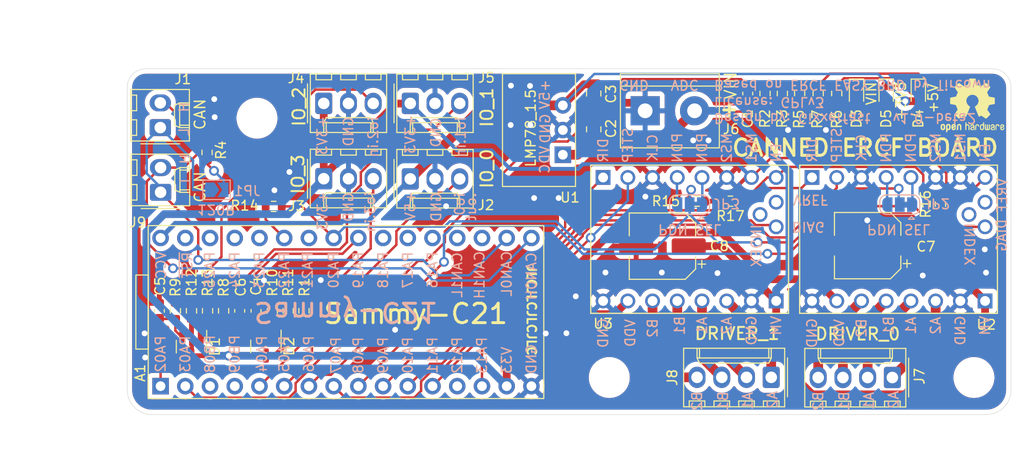
<source format=kicad_pcb>
(kicad_pcb (version 20211014) (generator pcbnew)
  (title_block (title "CANNED ERCF BOARD") (date "02/06/2021") (rev "v1.0-beta1") (company "Gixxerfast") (comment 1 "Based on ERCF EASY BRD by Tircown"))
  (layers (0 "F.Cu" signal) (31 "B.Cu" signal) (35 "F.Paste" user) (36 "B.SilkS" user "B.Silkscreen") (37 "F.SilkS" user "F.Silkscreen") (38 "B.Mask" user) (39 "F.Mask" user) (44 "Edge.Cuts" user))
  (net 0 "")
  (net 1 "VDC")
  (net 2 "GND")
  (net 3 "+5V")
  (net 4 "IO_2")
  (net 5 "VIN_MON")
  (net 6 "Net-(A1-Pad5)")
  (net 7 "+3V3")
  (net 8 "IO_3")
  (net 13 "Net-(J7-Pad4)")
  (net 14 "Net-(J7-Pad3)")
  (net 15 "Net-(J7-Pad2)")
  (net 16 "Net-(J7-Pad1)")
  (net 17 "Net-(J8-Pad1)")
  (net 18 "Net-(J8-Pad2)")
  (net 19 "Net-(J8-Pad3)")
  (net 20 "Net-(J8-Pad4)")
  (net 22 "DRIVER_0_DIAG")
  (net 23 "DRIVER_1_DIAG")
  (net 24 "DRIVER_1_DIR")
  (net 25 "DRIVES_EN")
  (net 26 "DRIVER_0_DIR")
  (net 27 "DRIVER_0_STEP")
  (net 29 "DRIVER_1_STEP")
  (net 30 "CAN_H")
  (net 31 "CAN_L")
  (net 37 "IO_1")
  (net 38 "DRIVER_RX")
  (net 40 "DRIVER_TX")
  (net 45 "Net-(JP1-Pad2)")
  (net 46 "Net-(JP2-Pad3)")
  (net 47 "Net-(JP2-Pad1)")
  (net 48 "Net-(JP3-Pad3)")
  (net 49 "Net-(JP3-Pad1)")
  (net 51 "Net-(D3-Pad1)")
  (net 52 "IO_0_OUT")
  (net 53 "IO_3_IN")
  (net 54 "IO_2_IN")
  (net 55 "IO_1_IN")
  (net 57 "Net-(D4-Pad1)")
  (net 58 "Net-(D5-Pad1)")
  (footprint "Capacitor_SMD:C_0603_1608Metric" (layer "F.Cu") (at 140.589 110.49 -90)
    (fp_text reference "C1")
    (fp_text value "0u01")
  )
  (footprint "MountingHole:MountingHole_3.2mm_M3" (layer "F.Cu") (at 163.83 139.7)
    (fp_text reference "H1" hide)
    (fp_text value "MountingHole")
  )
  (footprint "Connector_Molex:Molex_KK-254_AE-6410-02A_1x02_P2.54mm_Vertical" (layer "F.Cu") (at 80.2332 113.9952 90)
    (fp_text reference "J1")
    (fp_text value "Conn_01x02")
  )
  (footprint "Connector_Molex:Molex_KK-254_AE-6410-03A_1x03_P2.54mm_Vertical" (layer "F.Cu") (at 97.028 119.253)
    (fp_text reference "J3")
    (fp_text value "Conn_01x03_Male" hide)
  )
  (footprint "Connector_Molex:Molex_KK-254_AE-6410-03A_1x03_P2.54mm_Vertical" (layer "F.Cu") (at 97.028 111.506)
    (fp_text reference "J4")
    (fp_text value "Conn_01x03_Male" hide)
  )
  (footprint "canned-ercf-board:TerminalBlock_bornier-2_P5.08mm_2" (layer "F.Cu") (at 135.128 112.268 180)
    (fp_text reference "J6")
    (fp_text value "Screw_Terminal_01x02" hide)
  )
  (footprint "Connector_Molex:Molex_KK-254_AE-6410-04A_1x04_P2.54mm_Vertical" (layer "F.Cu") (at 155.448 139.7 180)
    (fp_text reference "J7")
    (fp_text value "Conn_01x04_Male" hide)
  )
  (footprint "Connector_Molex:Molex_KK-254_AE-6410-04A_1x04_P2.54mm_Vertical" (layer "F.Cu") (at 143.002 139.68 180)
    (fp_text reference "J8")
    (fp_text value "Conn_01x04_Male" hide)
  )
  (footprint "Resistor_SMD:R_0603_1608Metric" (layer "F.Cu") (at 94.996 132.842 -90)
    (fp_text reference "R1")
    (fp_text value "470R")
  )
  (footprint "Resistor_SMD:R_0603_1608Metric" (layer "F.Cu") (at 142.367 110.49 90)
    (fp_text reference "R2")
    (fp_text value "47K")
  )
  (footprint "Resistor_SMD:R_0603_1608Metric" (layer "F.Cu") (at 144.145 110.49 -90)
    (fp_text reference "R3")
    (fp_text value "4K7")
  )
  (footprint "Resistor_SMD:R_0603_1608Metric" (layer "F.Cu") (at 85.0392 116.5474 -90)
    (fp_text reference "R4")
    (fp_text value "120R")
  )
  (footprint "canned-ercf-board:Switching_regulator_POL_LMP78_1.5" (layer "F.Cu") (at 120.1928 114.2492 90)
    (fp_text reference "U1")
    (fp_text value "Switching_Regulator_LMP78_05-1.5" hide)
  )
  (footprint "canned-ercf-board:MODULE_TMC2209_SILENTSTEPSTICK" (layer "F.Cu") (at 156.083 125.476 90)
    (fp_text reference "U2")
    (fp_text value "TMC2209_SILENTSTEPSTICK" hide)
  )
  (footprint "Connector_Molex:Molex_KK-254_AE-6410-03A_1x03_P2.54mm_Vertical" (layer "F.Cu") (at 105.918 119.273)
    (fp_text reference "J2")
    (fp_text value "Conn_01x03_Male")
  )
  (footprint "Capacitor_SMD:C_0805_2012Metric" (layer "F.Cu") (at 124.7648 114.173 90)
    (fp_text reference "C2")
    (fp_text value "10uF")
  )
  (footprint "MountingHole:MountingHole_3.2mm_M3" (layer "F.Cu") (at 126.365 139.7)
    (fp_text reference "H3" hide)
    (fp_text value "MountingHole")
  )
  (footprint "MountingHole:MountingHole_3.2mm_M3" (layer "F.Cu") (at 90.17 113.03)
    (fp_text reference "H2" hide)
    (fp_text value "MountingHole")
  )
  (footprint "Connector_Molex:Molex_KK-254_AE-6410-03A_1x03_P2.54mm_Vertical" (layer "F.Cu") (at 105.918 111.506)
    (fp_text reference "J5")
    (fp_text value "Conn_01x03_Male" hide)
  )
  (footprint "Resistor_SMD:R_0603_1608Metric" (layer "F.Cu") (at 86.741 132.842 90)
    (fp_text reference "R8")
    (fp_text value "10K")
  )
  (footprint "Resistor_SMD:R_0603_1608Metric" (layer "F.Cu") (at 83.439 132.842 90)
    (fp_text reference "R12")
    (fp_text value "27K")
  )
  (footprint "Package_TO_SOT_SMD:SOT-23" (layer "F.Cu") (at 91.0844 136.4996 -90)
    (fp_text reference "D2")
    (fp_text value "BAT54C")
  )
  (footprint "canned-ercf-board:MODULE_TMC2209_SILENTSTEPSTICK" (layer "F.Cu") (at 134.62 125.476 90)
    (fp_text reference "U3")
    (fp_text value "TMC2209_SILENTSTEPSTICK" hide)
  )
  (footprint "Resistor_SMD:R_0603_1608Metric" (layer "F.Cu") (at 91.885 122.1 180)
    (fp_text reference "R14")
    (fp_text value "1k")
  )
  (footprint "Resistor_SMD:R_0603_1608Metric" (layer "F.Cu") (at 135.382 121.5644 180)
    (fp_text reference "R15")
    (fp_text value "4K7")
  )
  (footprint "Capacitor_SMD:CP_Elec_6.3x7.7" (layer "F.Cu") (at 131.826 126.1872 180)
    (fp_text reference "C8")
    (fp_text value "100uF")
  )
  (footprint "Resistor_SMD:R_0603_1608Metric" (layer "F.Cu") (at 138.811 121.5644 180)
    (fp_text reference "R17")
    (fp_text value "10k")
  )
  (footprint "Resistor_SMD:R_0603_1608Metric" (layer "F.Cu") (at 145.923 110.49 -90)
    (fp_text reference "R5")
    (fp_text value "4K7")
  )
  (footprint "LED_SMD:LED_0603_1608Metric" (layer "F.Cu") (at 151.765 110.49 -90)
    (fp_text reference "D3")
    (fp_text value "Blue")
  )
  (footprint "canned-ercf-board:Sammy_C21_Module_DIL32_2.54" (layer "F.Cu") (at 99.314 132.969 90)
    (fp_text reference "A1")
    (fp_text value "Sammy_C21")
  )
  (footprint "Resistor_SMD:R_0603_1608Metric" (layer "F.Cu") (at 85.09 132.842 90)
    (fp_text reference "R13")
    (fp_text value "27K")
  )
  (footprint "Capacitor_SMD:C_0805_2012Metric" (layer "F.Cu") (at 124.7648 110.49 -90)
    (fp_text reference "C3")
    (fp_text value "22uF")
  )
  (footprint "Capacitor_SMD:C_0603_1608Metric" (layer "F.Cu") (at 90.0684 132.842 90)
    (fp_text reference "C4")
    (fp_text value "2n2")
  )
  (footprint "Resistor_SMD:R_0603_1608Metric" (layer "F.Cu") (at 160.39 121.87 90)
    (fp_text reference "R16")
    (fp_text value "10k")
  )
  (footprint "LED_SMD:LED_0603_1608Metric" (layer "F.Cu") (at 154.813 110.49 -90)
    (fp_text reference "D5")
    (fp_text value "Green")
  )
  (footprint "Resistor_SMD:R_0603_1608Metric" (layer "F.Cu") (at 93.3704 132.842 90)
    (fp_text reference "R11")
    (fp_text value "27K")
  )
  (footprint "LED_SMD:LED_0603_1608Metric" (layer "F.Cu") (at 158.115 110.49 -90)
    (fp_text reference "D4")
    (fp_text value "Yellow")
  )
  (footprint "Resistor_SMD:R_0603_1608Metric" (layer "F.Cu") (at 91.7448 132.842 90)
    (fp_text reference "R10")
    (fp_text value "10K")
  )
  (footprint "Connector_Molex:Molex_KK-254_AE-6410-02A_1x02_P2.54mm_Vertical" (layer "F.Cu") (at 80.264 120.65 90)
    (fp_text reference "J9")
    (fp_text value "Conn_01x02")
  )
  (footprint "Capacitor_SMD:C_0603_1608Metric" (layer "F.Cu") (at 80.137 132.842 90)
    (fp_text reference "C5")
    (fp_text value "2n2")
  )
  (footprint "Capacitor_SMD:CP_Elec_6.3x7.7" (layer "F.Cu") (at 152.908 126.1364 180)
    (fp_text reference "C7")
    (fp_text value "100uF")
  )
  (footprint "Resistor_SMD:R_0603_1608Metric" (layer "F.Cu") (at 149.733 110.49 -90)
    (fp_text reference "R6")
    (fp_text value "390R")
  )
  (footprint "Symbol:OSHW-Logo2_7.3x6mm_SilkScreen" (layer "F.Cu") (at 163.6776 111.7092)
    (fp_text reference "L1" hide)
    (fp_text value "Logo_Open_Hardware_Small" hide)
  )
  (footprint "Capacitor_SMD:C_0603_1608Metric" (layer "F.Cu") (at 88.392 132.842 90)
    (fp_text reference "C6")
    (fp_text value "2n2")
  )
  (footprint "Package_TO_SOT_SMD:SOT-23" (layer "F.Cu") (at 83.439 136.525 -90)
    (fp_text reference "D1")
    (fp_text value "BAT54C")
  )
  (footprint "Resistor_SMD:R_0603_1608Metric" (layer "F.Cu") (at 81.788 132.842 90)
    (fp_text reference "R9")
    (fp_text value "10K")
  )
  (footprint "Resistor_SMD:R_0603_1608Metric" (layer "F.Cu") (at 147.828 110.49 -90)
    (fp_text reference "R7")
    (fp_text value "120R")
  )
  (footprint "Jumper:SolderJumper-3_P1.3mm_Bridged12_RoundedPad1.0x1.5mm" (layer "B.Cu") (at 156.21 121.92 180)
    (fp_text reference "JP2")
    (fp_text value "SolderJumper_3_Bridged12")
  )
  (footprint "Jumper:SolderJumper-2_P1.3mm_Open_TrianglePad1.0x1.5mm" (layer "B.Cu") (at 86.016 120.396)
    (fp_text reference "JP1")
    (fp_text value "SolderJumper_2_Open")
  )
  (footprint "Jumper:SolderJumper-3_P1.3mm_Bridged12_RoundedPad1.0x1.5mm" (layer "B.Cu") (at 134.62 121.92 180)
    (fp_text reference "JP3")
    (fp_text value "SolderJumper_3_Bridged12")
  )
  (gr_line (start 79.375 143.51) (end 165.1 143.51) (layer "Edge.Cuts") (width 0.05))
  (gr_line (start 167.64 140.97) (end 167.64 109.855) (layer "Edge.Cuts") (width 0.05))
  (gr_line (start 165.735 107.95) (end 78.74 107.95) (layer "Edge.Cuts") (width 0.05))
  (gr_line (start 76.835 109.855) (end 76.835 140.97) (layer "Edge.Cuts") (width 0.05))
  (gr_arc (start 167.64 140.97) (mid 166.896051 142.766051) (end 165.1 143.51) (layer "Edge.Cuts") (width 0.05))
  (gr_arc (start 76.835 109.855) (mid 77.392962 108.507962) (end 78.74 107.95) (layer "Edge.Cuts") (width 0.05))
  (gr_arc (start 165.735 107.95) (mid 167.082038 108.507962) (end 167.64 109.855) (layer "Edge.Cuts") (width 0.05))
  (gr_arc (start 79.375 143.51) (mid 77.578949 142.766051) (end 76.835 140.97) (layer "Edge.Cuts") (width 0.05))
  (gr_text "A1" (at 140.589 142.113 90) (layer "B.SilkS") (effects (font (size 1 1)) (justify mirror)))
  (gr_text "License: GPLv3" (at 137.033 111.379 180) (layer "B.SilkS") (effects (font (size 1 1)) (justify left mirror)))
  (gr_text "GND" (at 128.905 109.601 180) (layer "B.SilkS") (effects (font (size 1 1)) (justify mirror)))
  (gr_text "A1" (at 153.035 142.113 90) (layer "B.SilkS") (effects (font (size 1 1)) (justify mirror)))
  (gr_text "io1.in" (at 111.0996 114.9604 90) (layer "B.SilkS") (effects (font (size 1 1)) (justify mirror)))
  (gr_text "Based on ERCF EASY BRD by Tircown" (at 137.033 109.601 180) (layer "B.SilkS") (effects (font (size 1 1)) (justify left mirror)))
  (gr_text "120R" (at 85.979 122.428 180) (layer "B.SilkS") (effects (font (size 1 1)) (justify mirror)))
  (gr_text "B2" (at 135.382 142.113 -270) (layer "B.SilkS") (effects (font (size 1 1)) (justify mirror)))
  (gr_text "io0" (at 110.998 121.8692 90) (layer "B.SilkS") (effects (font (size 1 1)) (justify mirror)))
  (gr_text "VDC" (at 134.112 109.601 180) (layer "B.SilkS") (effects (font (size 1 1)) (justify mirror)))
  (gr_text "A2" (at 155.575 141.986 90) (layer "B.SilkS") (effects (font (size 1 1)) (justify mirror)))
  (gr_text "GND" (at 108.585 122.174 90) (layer "B.SilkS") (effects (font (size 1 1)) (justify mirror)))
  (gr_text "L" (at 82.677 114.427 90) (layer "B.SilkS") (effects (font (size 1 1)) (justify mirror)))
  (gr_text "A2" (at 143.129 141.986 90) (layer "B.SilkS") (effects (font (size 1 1)) (justify mirror)))
  (gr_text "+3V3" (at 96.8756 114.808 90) (layer "B.SilkS") (effects (font (size 1 1)) (justify mirror)))
  (gr_text "io3.in" (at 101.8032 122.682 90) (layer "B.SilkS") (effects (font (size 1 1)) (justify mirror)))
  (gr_text "io2.in" (at 102.108 114.9604 90) (layer "B.SilkS") (effects (font (size 1 1)) (justify mirror)))
  (gr_text "Design by: Gixxerfast" (at 137.033 113.03 180) (layer "B.SilkS") (effects (font (size 1 1)) (justify left mirror)))
  (gr_text "H" (at 82.677 111.887 90) (layer "B.SilkS") (effects (font (size 1 1)) (justify mirror)))
  (gr_text ".out" (at 112.1664 122.1232 90) (layer "B.SilkS") (effects (font (size 1 1)) (justify mirror)))
  (gr_text "PDN SEL" (at 156.083 124.46 180) (layer "B.SilkS") (effects (font (size 1 1)) (justify mirror)))
  (gr_text "B2" (at 147.828 142.113 -270) (layer "B.SilkS") (effects (font (size 1 1)) (justify mirror)))
  (gr_text "H" (at 82.804 117.221 90) (layer "B.SilkS") (effects (font (size 1 1)) (justify mirror)))
  (gr_text "PDN SEL" (at 134.62 124.46 180) (layer "B.SilkS") (effects (font (size 1 1)) (justify mirror)))
  (gr_text "B1" (at 150.495 142.113 90) (layer "B.SilkS") (effects (font (size 1 1)) (justify mirror)))
  (gr_text "GND" (at 99.568 114.4016 90) (layer "B.SilkS") (effects (font (size 1 1)) (justify mirror)))
  (gr_text "B1" (at 138.049 142.113 90) (layer "B.SilkS") (effects (font (size 1 1)) (justify mirror)))
  (gr_text "GND" (at 99.568 122.174 90) (layer "B.SilkS") (effects (font (size 1 1)) (justify mirror)))
  (gr_text "+5V" (at 105.918 122.047 90) (layer "B.SilkS") (effects (font (size 1 1)) (justify mirror)))
  (gr_text "L" (at 82.804 119.634 90) (layer "B.SilkS") (effects (font (size 1 1)) (justify mirror)))
  (gr_text "+3V3" (at 105.918 114.681 90) (layer "B.SilkS") (effects (font (size 1 1)) (justify mirror)))
  (gr_text "GND" (at 108.5596 114.5032 90) (layer "B.SilkS") (effects (font (size 1 1)) (justify mirror)))
  (gr_text "v1.0-beta2" (at 159.766 113.03 180) (layer "B.SilkS") (effects (font (size 1 1)) (justify mirror)))
  (gr_text "+3V3" (at 96.901 122.555 90) (layer "B.SilkS") (effects (font (size 1 1)) (justify mirror)))
  (gr_text "VIN" (at 138.82 109.67 90) (layer "F.SilkS") (effects (font (size 1.2 1.2))))
  (gr_text "IO_1" (at 113.792 111.9124 90) (layer "F.SilkS") (effects (font (size 1.25 1.25) (thickness 0.2))))
  (gr_text "+" (at 138.69 112.07) (layer "F.SilkS") (effects (font (size 1.5 1.5) (thickness 0.3))))
  (gr_text "IO_3" (at 94.3864 120.9548 90) (layer "F.SilkS") (effects (font (size 1.25 1.25) (thickness 0.2)) (justify left)))
  (gr_text "DRIVER_0" (at 151.892 135.2296) (layer "F.SilkS") (effects (font (size 1.25 1.25) (thickness 0.2))))
  (gr_text "DRIVER_1" (at 139.4968 135.1788) (layer "F.SilkS") (effects (font (size 1.25 1.25) (thickness 0.2))))
  (gr_text "IO_0" (at 113.792 118.2116 90) (layer "F.SilkS") (effects (font (size 1.25 1.25) (thickness 0.2))))
  (gr_text "CAN" (at 84.31 112.63 90) (layer "F.SilkS") (effects (font (size 1.1 1.1))))
  (gr_text "+5V" (at 159.639 110.998 90) (layer "F.SilkS") (effects (font (size 1 1))))
  (gr_text "CANNED ERCF BOARD" (at 152.654 116.078) (layer "F.SilkS") (effects (font (size 1.7 1.7) (thickness 0.3))))
  (gr_text "JLCJLCJLCJLC" (at 118.364 132.7912 270) (layer "F.SilkS") (effects (font (size 0.9 0.9) (thickness 0.2))))
  (gr_text "VIN" (at 153.289 110.49 90) (layer "F.SilkS") (effects (font (size 1 1))))
  (gr_text "+3V3" (at 156.337 111.252 90) (layer "F.SilkS") (effects (font (size 1 1))))
  (gr_text "IO_2" (at 94.488 113.9952 90) (layer "F.SilkS") (effects (font (size 1.25 1.25) (thickness 0.2)) (justify left)))
  (gr_text "CAN" (at 84.31 120.1 90) (layer "F.SilkS") (effects (font (size 1.1 1.1))))
  (segment (start 141.3309 112.3511) (end 142.367 111.315) (width 0.25) (layer "F.Cu") (net 1))
  (segment (start 123.0431 116.7892) (end 123.0986 116.7892) (width 0.8) (layer "F.Cu") (net 1))
  (segment (start 159.2834 126.1364) (end 164.973 131.826) (width 0.8) (layer "F.Cu") (net 1))
  (segment (start 156.7266 141.4347) (end 147.2278 141.4347) (width 0.8) (layer "F.Cu") (net 1))
  (segment (start 132.273 115.123) (end 135.128 112.268) (width 1) (layer "F.Cu") (net 1))
  (segment (start 143.09152 115.43152) (end 143.9 116.24) (width 0.25) (layer "F.Cu") (net 1))
  (segment (start 143.51 131.826) (end 143.51 133.1883) (width 0.8) (layer "F.Cu") (net 1))
  (segment (start 143.09152 112.03952) (end 143.09152 115.43152) (width 0.25) (layer "F.Cu") (net 1))
  (segment (start 143.51 131.826) (end 137.8712 126.1872) (width 0.8) (layer "F.Cu") (net 1))
  (segment (start 164.973 131.826) (end 164.973 133.1883) (width 0.8) (layer "F.Cu") (net 1))
  (segment (start 121.5928 116.7892) (end 123.0431 116.7892) (width 1) (layer "F.Cu") (net 1))
  (segment (start 123.0986 116.7892) (end 124.7648 115.123) (width 1) (layer "F.Cu") (net 1))
  (segment (start 142.367 111.315) (end 143.09152 112.03952) (width 0.25) (layer "F.Cu") (net 1))
  (segment (start 147.2278 141.4347) (end 144.8723 139.0792) (width 0.8) (layer "F.Cu") (net 1))
  (segment (start 137.8712 126.1872) (end 134.526 126.1872) (width 0.8) (layer "F.Cu") (net 1))
  (segment (start 144.8723 134.5506) (end 143.51 133.1883) (width 0.8) (layer "F.Cu") (net 1))
  (segment (start 164.973 133.1883) (end 156.7266 141.4347) (width 0.8) (layer "F.Cu") (net 1))
  (segment (start 151.765 113.035) (end 151.765 111.2775) (width 0.25) (layer "F.Cu") (net 1))
  (segment (start 135.128 112.268) (end 135.2111 112.3511) (width 0.8) (layer "F.Cu") (net 1))
  (segment (start 143.9 116.24) (end 148.56 116.24) (width 0.25) (layer "F.Cu") (net 1))
  (segment (start 135.2111 112.3511) (end 141.3309 112.3511) (width 0.25) (layer "F.Cu") (net 1))
  (segment (start 148.56 116.24) (end 151.765 113.035) (width 0.25) (layer "F.Cu") (net 1))
  (segment (start 144.8723 139.0792) (end 144.8723 134.5506) (width 0.8) (layer "F.Cu") (net 1))
  (segment (start 155.608 126.1364) (end 159.2834 126.1364) (width 0.8) (layer "F.Cu") (net 1))
  (segment (start 124.7648 115.123) (end 132.273 115.123) (width 1) (layer "F.Cu") (net 1))
  (segment (start 143.51 130.68) (end 143.51 131.826) (width 0.8) (layer "B.Cu") (net 1))
  (segment (start 138.577468 112.268) (end 144.871511 118.562043) (width 0.8) (layer "B.Cu") (net 1))
  (segment (start 135.128 112.268) (end 138.577468 112.268) (width 0.8) (layer "B.Cu") (net 1))
  (segment (start 144.871511 129.318489) (end 143.51 130.68) (width 0.8) (layer "B.Cu") (net 1))
  (segment (start 144.871511 118.562043) (end 144.871511 129.318489) (width 0.8) (layer "B.Cu") (net 1))
  (segment (start 129.22 111.44) (end 130.048 112.268) (width 0.8) (layer "F.Cu") (net 2))
  (segment (start 124.7648 111.44) (end 129.22 111.44) (width 0.8) (layer "F.Cu") (net 2))
  (via (at 118.64 121.24) (size 1) (drill 0.6) (layers "F.Cu" "B.Cu") (net 2))
  (via (at 78.68 137.64) (size 1) (drill 0.6) (layers "F.Cu" "B.Cu") (net 2))
  (via (at 158.57 129.21) (size 1) (drill 0.6) (layers "F.Cu" "B.Cu") (net 2))
  (via (at 85.78 111.07) (size 1) (drill 0.6) (layers "F.Cu" "B.Cu") (net 2))
  (via (at 164.94 126.52) (size 1) (drill 0.6) (layers "F.Cu" "B.Cu") (net 2))
  (via (at 121.96 135.14) (size 1) (drill 0.6) (layers "F.Cu" "B.Cu") (net 2))
  (via (at 130.07 121.1) (size 1) (drill 0.6) (layers "F.Cu" "B.Cu") (net 2))
  (via (at 91.96 120.44) (size 1) (drill 0.6) (layers "F.Cu" "B.Cu") (net 2))
  (via (at 137.48 128.96) (size 1) (drill 0.6) (layers "F.Cu" "B.Cu") (net 2))
  (via (at 125.97 128.9) (size 1) (drill 0.6) (layers "F.Cu" "B.Cu") (net 2))
  (via (at 144.73 114.24) (size 1) (drill 0.6) (layers "F.Cu" "B.Cu") (net 2))
  (via (at 90.88 129.71) (size 1) (drill 0.6) (layers "F.Cu" "B.Cu") (net 2))
  (via (at 93.5 118.56) (size 1) (drill 0.6) (layers "F.Cu" "B.Cu") (net 2))
  (via (at 78.62 135.16) (size 1) (drill 0.6) (layers "F.Cu" "B.Cu") (net 2))
  (via (at 116.26 109.68) (size 1) (drill 0.6) (layers "F.Cu" "B.Cu") (net 2))
  (via (at 118.22 109.71) (size 1) (drill 0.6) (layers "F.Cu" "B.Cu") (net 2))
  (via (at 152.87 123.53) (size 1) (drill 0.6) (layers "F.Cu" "B.Cu") (net 2))
  (via (at 118.25 113.73) (size 1) (drill 0.6) (layers "F.Cu" "B.Cu") (net 2))
  (via (at 165.07 128.91) (size 1) (drill 0.6) (layers "F.Cu" "B.Cu") (net 2))
  (via (at 116.23 113.73) (size 1) (drill 0.6) (layers "F.Cu" "B.Cu") (net 2))
  (via (at 134.98 115.31) (size 1) (drill 0.6) (layers "F.Cu" "B.Cu") (net 2))
  (via (at 122.92 131.35) (size 1) (drill 0.6) (layers "F.Cu" "B.Cu") (net 2))
  (via (at 104.36 134.79) (size 1) (drill 0.6) (layers "F.Cu" "B.Cu") (net 2))
  (via (at 109.6 122.08) (size 1) (drill 0.6) (layers "F.Cu" "B.Cu") (net 2))
  (via (at 136.56 115.31) (size 1) (drill 0.6) (layers "F.Cu" "B.Cu") (net 2))
  (via (at 119.84 135.17) (size 1) (drill 0.6) (layers "F.Cu" "B.Cu") (net 2))
  (via (at 121.16 121.24) (size 1) (drill 0.6) (layers "F.Cu" "B.Cu") (net 2))
  (via (at 131.76 128.9) (size 1) (drill 0.6) (layers "F.Cu" "B.Cu") (net 2))
  (via (at 148.62 114.24) (size 1) (drill 0.6) (layers "F.Cu" "B.Cu") (net 2))
  (via (at 96.72 129.68) (size 1) (drill 0.6) (layers "F.Cu" "B.Cu") (net 2))
  (via (at 85.82 112.92) (size 1) (drill 0.6) (layers "F.Cu" "B.Cu") (net 2))
  (segment (start 105.918 119.273) (end 113.4818 111.7092) (width 1) (layer "F.Cu") (net 3))
  (segment (start 113.4818 111.7092) (end 121.5928 111.7092) (width 1) (layer "F.Cu") (net 3))
  (segment (start 124.7648 109.54) (end 123.762 109.54) (width 0.8) (layer "F.Cu") (net 3))
  (segment (start 158.115 111.2775) (end 156.7751 111.2775) (width 0.8) (layer "F.Cu") (net 3))
  (segment (start 123.762 109.54) (end 121.5928 111.7092) (width 0.8) (layer "F.Cu") (net 3))
  (via (at 156.7751 111.2775) (size 1) (drill 0.6) (layers "F.Cu" "B.Cu") (net 3))
  (segment (start 80.264 125.349) (end 81.767511 123.845489) (width 0.5) (layer "B.Cu") (net 3))
  (segment (start 124.822 108.48) (end 153.9776 108.48) (width 0.25) (layer "B.Cu") (net 3))
  (segment (start 98.735029 123.845489) (end 98.980541 123.599978) (width 0.5) (layer "B.Cu") (net 3))
  (segment (start 101.591022 123.599978) (end 105.918 119.273) (width 0.5) (layer "B.Cu") (net 3))
  (segment (start 81.767511 123.845489) (end 98.735029 123.845489) (width 0.5) (layer "B.Cu") (net 3))
  (segment (start 153.9776 108.48) (end 156.7751 111.2775) (width 0.25) (layer "B.Cu") (net 3))
  (segment (start 121.5928 111.7092) (end 124.822 108.48) (width 0.25) (layer "B.Cu") (net 3))
  (segment (start 98.980541 123.599978) (end 101.591022 123.599978) (width 0.5) (layer "B.Cu") (net 3))
  (segment (start 80.264 137.8125) (end 80.264 140.589) (width 0.25) (layer "F.Cu") (net 4))
  (segment (start 81.788 133.667) (end 80.187 133.667) (width 0.25) (layer "F.Cu") (net 4))
  (segment (start 81.788 133.667) (end 81.788 134.8865) (width 0.25) (layer "F.Cu") (net 4))
  (segment (start 82.489 135.5875) (end 80.264 137.8125) (width 0.25) (layer "F.Cu") (net 4))
  (segment (start 81.788 134.8865) (end 82.489 135.5875) (width 0.25) (layer "F.Cu") (net 4))
  (segment (start 80.187 133.667) (end 80.137 133.617) (width 0.25) (layer "F.Cu") (net 4))
  (segment (start 144.145 109.665) (end 142.367 109.665) (width 0.25) (layer "F.Cu") (net 5))
  (segment (start 109.474 124.670613) (end 118.720902 115.423711) (width 0.25) (layer "F.Cu") (net 5))
  (segment (start 118.720902 115.423711) (end 122.079299 115.423711) (width 0.25) (layer "F.Cu") (net 5))
  (segment (start 124.287307 110.38) (end 126.4 110.38) (width 0.25) (layer "F.Cu") (net 5))
  (segment (start 106.7057 127.7091) (end 107.5525 127.7091) (width 0.25) (layer "F.Cu") (net 5))
  (segment (start 83.9888 141.7738) (end 93.4698 141.7738) (width 0.25) (layer "F.Cu") (net 5))
  (segment (start 140.639 109.665) (end 140.589 109.715) (width 0.25) (layer "F.Cu") (net 5))
  (segment (start 126.4 110.38) (end 127.77 109.01) (width 0.25) (layer "F.Cu") (net 5))
  (segment (start 142.367 109.665) (end 140.639 109.665) (width 0.25) (layer "F.Cu") (net 5))
  (segment (start 127.77 109.01) (end 139.884 109.01) (width 0.25) (layer "F.Cu") (net 5))
  (segment (start 123.69 110.977307) (end 124.287307 110.38) (width 0.25) (layer "F.Cu") (net 5))
  (segment (start 123.69 113.81301) (end 123.69 110.977307) (width 0.25) (layer "F.Cu") (net 5))
  (segment (start 139.884 109.01) (end 140.589 109.715) (width 0.25) (layer "F.Cu") (net 5))
  (segment (start 93.4698 141.7738) (end 94.1394 141.1042) (width 0.25) (layer "F.Cu") (net 5))
  (segment (start 94.1394 140.2754) (end 106.7057 127.7091) (width 0.25) (layer "F.Cu") (net 5))
  (segment (start 107.5525 127.7091) (end 109.474 125.7876) (width 0.25) (layer "F.Cu") (net 5))
  (segment (start 82.804 140.589) (end 83.9888 141.7738) (width 0.25) (layer "F.Cu") (net 5))
  (segment (start 109.474 125.7876) (end 109.474 124.670613) (width 0.25) (layer "F.Cu") (net 5))
  (segment (start 122.079299 115.423711) (end 123.69 113.81301) (width 0.25) (layer "F.Cu") (net 5))
  (segment (start 94.1394 141.1042) (end 94.1394 140.2754) (width 0.25) (layer "F.Cu") (net 5))
  (segment (start 94.996 136.017) (end 94.996 133.667) (width 0.25) (layer "F.Cu") (net 6))
  (segment (start 90.424 140.589) (end 94.996 136.017) (width 0.25) (layer "F.Cu") (net 6))
  (segment (start 115.824 135.506) (end 126.54232 124.78768) (width 0.8) (layer "F.Cu") (net 7))
  (segment (start 83.439 137.4625) (end 91.059 137.4625) (width 0.5) (layer "F.Cu") (net 7))
  (segment (start 142.9686 117.1274) (end 159.43096 117.1274) (width 0.25) (layer "F.Cu") (net 7))
  (segment (start 85.09 133.667) (end 83.439 133.667) (width 0.8) (layer "F.Cu") (net 7))
  (segment (start 160.9925 118.68894) (end 160.9925 120.4425) (width 0.25) (layer "F.Cu") (net 7))
  (segment (start 83.439 137.4625) (end 83.439 133.667) (width 0.5) (layer "F.Cu") (net 7))
  (segment (start 159.43096 117.1274) (end 160.9925 118.68894) (width 0.25) (layer "F.Cu") (net 7))
  (segment (start 142.9686 117.1274) (end 140.97 119.126) (width 0.25) (layer "F.Cu") (net 7))
  (segment (start 142.687534 129.59) (end 147.497 129.59) (width 0.8) (layer "F.Cu") (net 7))
  (segment (start 97.028 118.9368) (end 104.4383 111.5265) (width 0.8) (layer "F.Cu") (net 7))
  (segment (start 91.059 137.4625) (end 91.0844 137.4371) (width 0.8) (layer "F.Cu") (net 7))
  (segment (start 97.028 119.253) (end 97.028 111.506) (width 0.8) (layer "F.Cu") (net 7))
  (segment (start 137.986 121.5644) (end 140.4244 119.126) (width 0.4) (layer "F.Cu") (net 7))
  (segment (start 91.9998 137.4371) (end 93.3704 136.0665) (width 0.5) (layer "F.Cu") (net 7))
  (segment (start 105.8975 111.5265) (end 104.4383 111.5265) (width 0.8) (layer "F.Cu") (net 7))
  (segment (start 126.908489 133.187511) (end 118.142489 133.187511) (width 0.8) (layer "F.Cu") (net 7))
  (segment (start 137.885214 124.78768) (end 142.687534 129.59) (width 0.8) (layer "F.Cu") (net 7))
  (segment (start 105.918 111.506) (end 105.8975 111.5265) (width 0.8) (layer "F.Cu") (net 7))
  (segment (start 128.27 131.826) (end 126.908489 133.187511) (width 0.8) (layer "F.Cu") (net 7))
  (segment (start 160.9925 120.4425) (end 160.39 121.045) (width 0.25) (layer "F.Cu") (net 7))
  (segment (start 91.0844 137.4371) (end 91.9998 137.4371) (width 0.5) (layer "F.Cu") (net 7))
  (segment (start 126.54232 124.78768) (end 137.885214 124.78768) (width 0.8) (layer "F.Cu") (net 7))
  (segment (start 140.4244 119.126) (end 140.97 119.126) (width 0.5) (layer "F.Cu") (net 7))
  (segment (start 93.3704 136.0665) (end 93.3704 133.667) (width 0.5) (layer "F.Cu") (net 7))
  (segment (start 137.986 121.5644) (end 136.207 121.5644) (width 0.5) (layer "F.Cu") (net 7))
  (segment (start 115.824 140.589) (end 115.824 135.506) (width 0.8) (layer "F.Cu") (net 7))
  (segment (start 147.497 129.59) (end 149.733 131.826) (width 0.8) (layer "F.Cu") (net 7))
  (segment (start 154.813 111.2775) (end 148.9631 117.1274) (width 0.25) (layer "F.Cu") (net 7))
  (via (at 87.2775 137.4625) (size 1) (drill 0.6) (layers "F.Cu" "B.Cu") (net 7))
  (segment (start 80.6236 122.8982) (end 78.8081 124.7137) (width 0.8) (layer "B.Cu") (net 7))
  (segment (start 114.2702 116.3394) (end 116.1704 118.2396) (width 0.4) (layer "B.Cu") (net 7))
  (segment (start 105.918 111.506) (end 110.7514 116.3394) (width 0.4) (layer "B.Cu") (net 7))
  (segment (start 78.8081 130.9732) (end 85.2974 137.4625) (width 0.8) (layer "B.Cu") (net 7))
  (segment (start 78.8081 124.7137) (end 78.8081 130.9732) (width 0.8) (layer "B.Cu") (net 7))
  (segment (start 123.6452 117.7582) (end 139.6022 117.7582) (width 0.4) (layer "B.Cu") (net 7))
  (segment (start 87.2775 137.4625) (end 85.2974 137.4625) (width 0.8) (layer "B.Cu") (net 7))
  (segment (start 93.3828 122.8982) (end 80.6236 122.8982) (width 0.8) (layer "B.Cu") (net 7))
  (segment (start 112.6975 137.4625) (end 87.2775 137.4625) (width 0.8) (layer "B.Cu") (net 7))
  (segment (start 115.824 140.589) (end 112.6975 137.4625) (width 0.8) (layer "B.Cu") (net 7))
  (segment (start 97.028 119.253) (end 93.3828 122.8982) (width 0.8) (layer "B.Cu") (net 7))
  (segment (start 123.1638 118.2396) (end 123.6452 117.7582) (width 0.4) (layer "B.Cu") (net 7))
  (segment (start 110.7514 116.3394) (end 114.2702 116.3394) (width 0.4) (layer "B.Cu") (net 7))
  (segment (start 116.1704 118.2396) (end 123.1638 118.2396) (width 0.4) (layer "B.Cu") (net 7))
  (segment (start 139.6022 117.7582) (end 140.97 119.126) (width 0.4) (layer "B.Cu") (net 7))
  (segment (start 91.7448 133.667) (end 90.1184 133.667) (width 0.25) (layer "F.Cu") (net 8))
  (segment (start 95.8142 133.2276) (end 95.8142 137.7388) (width 0.25) (layer "F.Cu") (net 8))
  (segment (start 92.0344 133.9566) (end 92.0344 135.5621) (width 0.25) (layer "F.Cu") (net 8))
  (segment (start 91.9258 133.848) (end 92.8686 132.9052) (width 0.25) (layer "F.Cu") (net 8))
  (segment (start 91.7448 133.667) (end 91.9258 133.848) (width 0.25) (layer "F.Cu") (net 8))
  (segment (start 90.1184 133.667) (end 90.0684 133.617) (width 0.25) (layer "F.Cu") (net 8))
  (segment (start 95.4918 132.9052) (end 95.8142 133.2276) (width 0.25) (layer "F.Cu") (net 8))
  (segment (start 91.9258 133.848) (end 92.0344 133.9566) (width 0.25) (layer "F.Cu") (net 8))
  (segment (start 95.8142 137.7388) (end 92.964 140.589) (width 0.25) (layer "F.Cu") (net 8))
  (segment (start 92.8686 132.9052) (end 95.4918 132.9052) (width 0.25) (layer "F.Cu") (net 8))
  (segment (start 152.273 131.826) (end 147.828 136.271) (width 1) (layer "F.Cu") (net 13))
  (segment (start 147.828 136.271) (end 147.828 139.7) (width 1) (layer "F.Cu") (net 13))
  (segment (start 154.813 131.826) (end 150.368 136.271) (width 1) (layer "F.Cu") (net 14))
  (segment (start 150.368 136.271) (end 150.368 139.7) (width 1) (layer "F.Cu") (net 14))
  (segment (start 157.353 131.826) (end 152.908 136.271) (width 1) (layer "F.Cu") (net 15))
  (segment (start 152.908 136.271) (end 152.908 139.7) (width 1) (layer "F.Cu") (net 15))
  (segment (start 159.893 131.826) (end 159.893 135.255) (width 1) (layer "F.Cu") (net 16))
  (segment (start 159.893 135.255) (end 155.448 139.7) (width 1) (layer "F.Cu") (net 16))
  (segment (start 143.002 136.398) (end 138.43 131.826) (width 1) (layer "F.Cu") (net 17))
  (segment (start 143.002 139.68) (end 143.002 136.398) (width 1) (layer "F.Cu") (net 17))
  (segment (start 135.89 135.108) (end 135.89 131.826) (width 1) (layer "F.Cu") (net 18))
  (segment (start 140.462 139.68) (end 135.89 135.108) (width 1) (layer "F.Cu") (net 18))
  (segment (start 133.35 135.108) (end 133.35 131.826) (width 1) (layer "F.Cu") (net 19))
  (segment (start 137.922 139.68) (end 133.35 135.108) (width 1) (layer "F.Cu") (net 19))
  (segment (start 130.81 136.6783) (end 130.81 131.826) (width 1) (layer "F.Cu") (net 20))
  (segment (start 133.8117 139.68) (end 130.81 136.6783) (width 1) (layer "F.Cu") (net 20))
  (segment (start 135.382 139.68) (end 133.8117 139.68) (width 1) (layer "F.Cu") (net 20))
  (segment (start 97.755511 139.414489) (end 97.775511 139.414489) (width 0.25) (layer "F.Cu") (net 22))
  (segment (start 149.67 122.08) (end 157.67 122.08) (width 0.25) (layer "F.Cu") (net 22))
  (segment (start 144.776969 126.973031) (end 149.67 122.08) (width 0.25) (layer "F.Cu") (net 22))
  (segment (start 142.613031 126.973031) (end 144.776969 126.973031) (width 0.25) (layer "F.Cu") (net 22))
  (segment (start 95.504 140.589) (end 96.678511 139.414489) (width 0.25) (layer "F.Cu") (net 22))
  (segment (start 157.67 122.08) (end 159.796 124.206) (width 0.25) (layer "F.Cu") (net 22))
  (segment (start 96.678511 139.414489) (end 97.665511 139.414489) (width 0.25) (layer "F.Cu") (net 22))
  (segment (start 159.796 124.206) (end 164.973 124.206) (width 0.25) (layer "F.Cu") (net 22))
  (segment (start 97.715511 139.414489) (end 97.755511 139.414489) (width 0.25) (layer "F.Cu") (net 22))
  (segment (start 97.665511 139.414489) (end 97.715511 139.414489) (width 0.25) (layer "F.Cu") (net 22))
  (segment (start 97.775511 139.414489) (end 109.38 127.81) (width 0.25) (layer "F.Cu") (net 22))
  (via (at 109.38 127.81) (size 1) (drill 0.6) (layers "F.Cu" "B.Cu") (net 22))
  (via (at 142.613031 126.973031) (size 1) (drill 0.6) (layers "F.Cu" "B.Cu") (net 22))
  (segment (start 110.34199 124.09) (end 120.743938 124.09) (width 0.25) (layer "B.Cu") (net 22))
  (segment (start 123.626969 126.973031) (end 142.613031 126.973031) (width 0.25) (layer "B.Cu") (net 22))
  (segment (start 120.743938 124.09) (end 123.626969 126.973031) (width 0.25) (layer "B.Cu") (net 22))
  (segment (start 109.38 127.81) (end 109.38 125.05199) (width 0.25) (layer "B.Cu") (net 22))
  (segment (start 109.38 125.05199) (end 110.34199 124.09) (width 0.25) (layer "B.Cu") (net 22))
  (segment (start 143.326511 124.022511) (end 143.51 124.206) (width 0.25) (layer "F.Cu") (net 23))
  (segment (start 99.218511 141.763511) (end 106.341477 141.763511) (width 0.25) (layer "F.Cu") (net 23))
  (segment (start 140.927419 123.540979) (end 141.408951 124.022511) (width 0.25) (layer "F.Cu") (net 23))
  (segment (start 124.432367 123.540979) (end 140.927419 123.540979) (width 0.25) (layer "F.Cu") (net 23))
  (segment (start 107.029489 140.102501) (end 108.228349 138.903641) (width 0.25) (layer "F.Cu") (net 23))
  (segment (start 107.029489 141.075499) (end 107.029489 140.102501) (width 0.25) (layer "F.Cu") (net 23))
  (segment (start 109.180338 138.903641) (end 123.180932 124.903047) (width 0.25) (layer "F.Cu") (net 23))
  (segment (start 108.228349 138.903641) (end 109.180338 138.903641) (width 0.25) (layer "F.Cu") (net 23))
  (segment (start 98.044 140.589) (end 99.218511 141.763511) (width 0.25) (layer "F.Cu") (net 23))
  (segment (start 141.408951 124.022511) (end 143.326511 124.022511) (width 0.25) (layer "F.Cu") (net 23))
  (segment (start 106.341477 141.763511) (end 107.029489 141.075499) (width 0.25) (layer "F.Cu") (net 23))
  (segment (start 123.180932 124.903047) (end 123.180933 124.792413) (width 0.25) (layer "F.Cu") (net 23))
  (segment (start 123.180933 124.792413) (end 124.432367 123.540979) (width 0.25) (layer "F.Cu") (net 23))
  (segment (start 121.832408 123.023592) (end 125.73 119.126) (width 0.25) (layer "F.Cu") (net 24))
  (segment (start 113.279633 132.788908) (end 121.832408 124.236133) (width 0.25) (layer "F.Cu") (net 24))
  (segment (start 100.584 140.589) (end 108.384092 132.788908) (width 0.25) (layer "F.Cu") (net 24))
  (segment (start 108.384092 132.788908) (end 113.279633 132.788908) (width 0.25) (layer "F.Cu") (net 24))
  (segment (start 121.832408 124.236133) (end 121.832408 123.023592) (width 0.25) (layer "F.Cu") (net 24))
  (segment (start 142.5989 119.126) (end 143.51 119.126) (width 0.25) (layer "F.Cu") (net 25))
  (segment (start 109.071329 137.632924) (end 122.281914 124.422339) (width 0.25) (layer "F.Cu") (net 25))
  (segment (start 144.5974 118.0386) (end 157.8123 118.0386) (width 0.25) (layer "F.Cu") (net 25))
  (segment (start 103.124 140.589) (end 106.080076 137.632924) (width 0.25) (layer "F.Cu") (net 25))
  (segment (start 158.623 118.8493) (end 158.623 120.928) (width 0.25) (layer "F.Cu") (net 25))
  (segment (start 122.281914 124.422339) (end 122.281915 124.420018) (width 0.25) (layer "F.Cu") (net 25))
  (segment (start 140.1605 121.5644) (end 142.5989 119.126) (width 0.25) (layer "F.Cu") (net 25))
  (segment (start 122.281915 124.420018) (end 124.199975 122.501958) (width 0.25) (layer "F.Cu") (net 25))
  (segment (start 158.623 120.928) (end 160.39 122.695) (width 0.25) (layer "F.Cu") (net 25))
  (segment (start 160.39 122.695) (end 161.404 122.695) (width 0.25) (layer "F.Cu") (net 25))
  (segment (start 139.636 121.5644) (end 140.1605 121.5644) (width 0.25) (layer "F.Cu") (net 25))
  (segment (start 106.080076 137.632924) (end 109.071329 137.632924) (width 0.25) (layer "F.Cu") (net 25))
  (segment (start 143.51 119.126) (end 144.5974 118.0386) (width 0.25) (layer "F.Cu") (net 25))
  (segment (start 157.8123 118.0386) (end 158.623 118.8493) (width 0.25) (layer "F.Cu") (net 25))
  (segment (start 161.404 122.695) (end 164.973 119.126) (width 0.25) (layer "F.Cu") (net 25))
  (segment (start 138.698442 122.501958) (end 139.636 121.5644) (width 0.25) (layer "F.Cu") (net 25))
  (segment (start 124.199975 122.501958) (end 138.698442 122.501958) (width 0.25) (layer "F.Cu") (net 25))
  (segment (start 107.963 138.29) (end 109.158275 138.29) (width 0.25) (layer "F.Cu") (net 26))
  (segment (start 138.45142 122.951468) (end 139.568582 122.95147) (width 0.25) (layer "F.Cu") (net 26))
  (segment (start 109.158275 138.29) (end 122.731423 124.716852) (width 0.25) (layer "F.Cu") (net 26))
  (segment (start 122.731423 124.716852) (end 122.731424 124.606216) (width 0.25) (layer "F.Cu") (net 26))
  (segment (start 139.588581 122.971469) (end 139.80323 122.97147) (width 0.25) (layer "F.Cu") (net 26))
  (segment (start 138.431418 122.97147) (end 138.45142 122.951468) (width 0.25) (layer "F.Cu") (net 26))
  (segment (start 139.568582 122.95147) (end 139.588581 122.971469) (width 0.25) (layer "F.Cu") (net 26))
  (segment (start 124.36617 122.97147) (end 138.431418 122.97147) (width 0.25) (layer "F.Cu") (net 26))
  (segment (start 142.5614 120.2133) (end 146.1057 120.2133) (width 0.25) (layer "F.Cu") (net 26))
  (segment (start 139.80323 122.97147) (end 142.5614 120.2133) (width 0.25) (layer "F.Cu") (net 26))
  (segment (start 146.1057 120.2133) (end 147.193 119.126) (width 0.25) (layer "F.Cu") (net 26))
  (segment (start 122.731424 124.606216) (end 124.36617 122.97147) (width 0.25) (layer "F.Cu") (net 26))
  (segment (start 105.664 140.589) (end 107.963 138.29) (width 0.25) (layer "F.Cu") (net 26))
  (segment (start 123.630443 124.978607) (end 124.61856 123.99049) (width 0.25) (layer "F.Cu") (net 27))
  (segment (start 149.733 120.20363) (end 149.733 119.126) (width 0.25) (layer "F.Cu") (net 27))
  (segment (start 108.204 140.589) (end 123.630443 125.162557) (width 0.25) (layer "F.Cu") (net 27))
  (segment (start 141.178479 124.565499) (end 142.101521 124.565499) (width 0.25) (layer "F.Cu") (net 27))
  (segment (start 124.61856 123.99049) (end 140.60347 123.99049) (width 0.25) (layer "F.Cu") (net 27))
  (segment (start 142.101521 124.565499) (end 142.828533 125.292511) (width 0.25) (layer "F.Cu") (net 27))
  (segment (start 140.60347 123.99049) (end 141.178479 124.565499) (width 0.25) (layer "F.Cu") (net 27))
  (segment (start 142.828533 125.292511) (end 144.644119 125.292511) (width 0.25) (layer "F.Cu") (net 27))
  (segment (start 144.644119 125.292511) (end 149.733 120.20363) (width 0.25) (layer "F.Cu") (net 27))
  (segment (start 123.630443 125.162557) (end 123.630443 124.978607) (width 0.25) (layer "F.Cu") (net 27))
  (segment (start 113.284 140.589) (end 113.284 136.491072) (width 0.25) (layer "F.Cu") (net 29))
  (segment (start 113.284 136.491072) (end 124.454944 125.320128) (width 0.25) (layer "F.Cu") (net 29))
  (via (at 124.454944 125.320128) (size 1) (drill 0.6) (layers "F.Cu" "B.Cu") (net 29))
  (segment (start 128.27 121.505072) (end 124.454944 125.320128) (width 0.25) (layer "B.Cu") (net 29))
  (segment (start 128.27 119.126) (end 128.27 121.505072) (width 0.25) (layer "B.Cu") (net 29))
  (segment (start 80.264 118.11) (end 82.6516 118.11) (width 0.25) (layer "F.Cu") (net 30))
  (segment (start 80.2332 111.4552) (end 80.772 111.4552) (width 0.25) (layer "F.Cu") (net 30))
  (segment (start 80.772 111.4552) (end 85.0392 115.7224) (width 0.25) (layer "F.Cu") (net 30))
  (segment (start 78.84448 119.52952) (end 80.264 118.11) (width 0.25) (layer "F.Cu") (net 30))
  (segment (start 81.54 128.47) (end 78.84448 125.77448) (width 0.25) (layer "F.Cu") (net 30))
  (segment (start 82.6516 118.11) (end 85.0392 115.7224) (width 0.25) (layer "F.Cu") (net 30))
  (segment (start 78.84448 125.77448) (end 78.84448 119.52952) (width 0.25) (layer "F.Cu") (net 30))
  (via (at 81.54 128.47) (size 1) (drill 0.6) (layers "F.Cu" "B.Cu") (net 30))
  (segment (start 107.01 128.47) (end 108.26 129.72) (width 0.25) (layer "B.Cu") (net 30))
  (segment (start 118.364 125.349) (end 113.993 129.72) (width 0.25) (layer "B.Cu") (net 30))
  (segment (start 107.01 128.47) (end 81.54 128.47) (width 0.25) (layer "B.Cu") (net 30))
  (segment (start 113.993 129.72) (end 108.26 129.72) (width 0.25) (layer "B.Cu") (net 30))
  (segment (start 84.13 124.516) (end 80.264 120.65) (width 0.25) (layer "F.Cu") (net 31))
  (segment (start 84.13 127.61) (end 84.13 124.516) (width 0.25) (layer "F.Cu") (net 31))
  (via (at 84.13 127.61) (size 1) (drill 0.6) (layers "F.Cu" "B.Cu") (net 31))
  (segment (start 80.2332 113.9952) (end 83.596 117.358) (width 0.25) (layer "B.Cu") (net 31))
  (segment (start 115.824 125.349) (end 111.983 129.19) (width 0.25) (layer "B.Cu") (net 31))
  (segment (start 80.518 120.396) (end 78.8373 118.7153) (width 0.25) (layer "B.Cu") (net 31))
  (segment (start 111.983 129.19) (end 108.81 129.19) (width 0.25) (layer "B.Cu") (net 31))
  (segment (start 107.23 127.61) (end 84.13 127.61) (width 0.25) (layer "B.Cu") (net 31))
  (segment (start 78.8373 115.3911) (end 80.2332 113.9952) (width 0.25) (layer "B.Cu") (net 31))
  (segment (start 83.596 117.358) (end 83.596 120.396) (width 0.25) (layer "B.Cu") (net 31))
  (segment (start 78.8373 118.7153) (end 78.8373 115.3911) (width 0.25) (layer "B.Cu") (net 31))
  (segment (start 80.518 120.396) (end 80.264 120.65) (width 0.25) (layer "B.Cu") (net 31))
  (segment (start 108.81 129.19) (end 107.23 127.61) (width 0.25) (layer "B.Cu") (net 31))
  (segment (start 83.596 120.396) (end 85.291 120.396) (width 0.25) (layer "B.Cu") (net 31))
  (segment (start 86.741 133.667) (end 87.54052 132.86748) (width 0.25) (layer "F.Cu") (net 37))
  (segment (start 92.126978 126.973022) (end 98.959978 126.973022) (width 0.25) (layer "F.Cu") (net 37))
  (segment (start 87.54052 131.55948) (end 92.126978 126.973022) (width 0.25) (layer "F.Cu") (net 37))
  (segment (start 86.741 133.667) (end 88.342 133.667) (width 0.25) (layer "F.Cu") (net 37))
  (segment (start 87.54052 132.86748) (end 87.54052 131.55948) (width 0.25) (layer "F.Cu") (net 37))
  (segment (start 88.342 133.667) (end 88.392 133.617) (width 0.25) (layer "F.Cu") (net 37))
  (segment (start 98.959978 126.973022) (end 100.584 125.349) (width 0.25) (layer "F.Cu") (net 37))
  (segment (start 84.389 135.5875) (end 84.8205 135.5875) (width 0.25) (layer "F.Cu") (net 37))
  (segment (start 84.8205 135.5875) (end 86.741 133.667) (width 0.25) (layer "F.Cu") (net 37))
  (segment (start 145.27 125.8) (end 150.81 120.26) (width 0.25) (layer "F.Cu") (net 38))
  (segment (start 134.7719 120.3867) (end 134.557 120.6016) (width 0.25) (layer "F.Cu") (net 38))
  (segment (start 150.81 120.26) (end 156.1 120.26) (width 0.25) (layer "F.Cu") (net 38))
  (segment (start 92.71 122.1) (end 94.795 122.1) (width 0.25) (layer "F.Cu") (net 38))
  (segment (start 94.795 122.1) (end 98.044 125.349) (width 0.25) (layer "F.Cu") (net 38))
  (segment (start 134.557 120.6016) (end 134.557 121.5644) (width 0.25) (layer "F.Cu") (net 38))
  (segment (start 141.62 125.8) (end 145.27 125.8) (width 0.25) (layer "F.Cu") (net 38))
  (via (at 134.7719 120.3867) (size 1) (drill 0.6) (layers "F.Cu" "B.Cu") (net 38))
  (via (at 141.62 125.8) (size 1) (drill 0.6) (layers "F.Cu" "B.Cu") (net 38))
  (via (at 156.1 120.26) (size 1) (drill 0.6) (layers "F.Cu" "B.Cu") (net 38))
  (segment (start 109.449807 124.174489) (end 109.983807 123.640489) (width 0.25) (layer "B.Cu") (net 38))
  (segment (start 137.5 125.8) (end 134.62 122.92) (width 0.25) (layer "B.Cu") (net 38))
  (segment (start 131.016489 126.523511) (end 134.62 122.92) (width 0.25) (layer "B.Cu") (net 38))
  (segment (start 99.218511 124.174489) (end 109.449807 124.174489) (width 0.25) (layer "B.Cu") (net 38))
  (segment (start 98.044 125.349) (end 99.218511 124.174489) (width 0.25) (layer "B.Cu") (net 38))
  (segment (start 109.983807 123.640489) (end 120.930132 123.64049) (width 0.25) (layer "B.Cu") (net 38))
  (segment (start 156.1 121.81) (end 156.21 121.92) (width 0.25) (layer "B.Cu") (net 38))
  (segment (start 134.62 122.92) (end 134.62 120.8447) (width 0.25) (layer "B.Cu") (net 38))
  (segment (start 141.62 125.8) (end 137.5 125.8) (width 0.25) (layer "B.Cu") (net 38))
  (segment (start 120.930132 123.64049) (end 123.813153 126.523511) (width 0.25) (layer "B.Cu") (net 38))
  (segment (start 123.813153 126.523511) (end 131.016489 126.523511) (width 0.25) (layer "B.Cu") (net 38))
  (segment (start 134.7719 120.6928) (end 134.7719 120.3867) (width 0.25) (layer "B.Cu") (net 38))
  (segment (start 156.1 120.26) (end 156.1 121.81) (width 0.25) (layer "B.Cu") (net 38))
  (segment (start 134.62 120.8447) (end 134.7719 120.6928) (width 0.25) (layer "B.Cu") (net 38))
  (segment (start 91.06 123.445) (end 92.964 125.349) (width 0.25) (layer "F.Cu") (net 40))
  (segment (start 91.06 122.1) (end 91.06 123.445) (width 0.25) (layer "F.Cu") (net 40))
  (segment (start 85.0392 117.7296) (end 85.0392 117.3724) (width 0.25) (layer "F.Cu") (net 45))
  (segment (start 85.7542 118.4446) (end 85.0392 117.7296) (width 0.25) (layer "F.Cu") (net 45))
  (via (at 85.7542 118.4446) (size 1) (drill 0.6) (layers "F.Cu" "B.Cu") (net 45))
  (segment (start 86.741 120.396) (end 86.741 119.3207) (width 0.25) (layer "B.Cu") (net 45))
  (segment (start 86.6303 119.3207) (end 85.7542 118.4446) (width 0.25) (layer "B.Cu") (net 45))
  (segment (start 86.741 119.3207) (end 86.6303 119.3207) (width 0.25) (layer "B.Cu") (net 45))
  (segment (start 154.91 121.92) (end 154.91 119.223) (width 0.25) (layer "B.Cu") (net 46))
  (segment (start 154.91 119.223) (end 154.813 119.126) (width 0.25) (layer "B.Cu") (net 46))
  (segment (start 157.51 121.92) (end 157.51 119.283) (width 0.25) (layer "B.Cu") (net 47))
  (segment (start 157.51 119.283) (end 157.353 119.126) (width 0.25) (layer "B.Cu") (net 47))
  (segment (start 133.32 119.156) (end 133.35 119.126) (width 0.25) (layer "B.Cu") (net 48))
  (segment (start 133.32 121.92) (end 133.32 119.156) (width 0.25) (layer "B.Cu") (net 48))
  (segment (start 135.92 121.92) (end 135.92 119.156) (width 0.25) (layer "B.Cu") (net 49))
  (segment (start 135.92 119.156) (end 135.89 119.126) (width 0.25) (layer "B.Cu") (net 49))
  (segment (start 151.765 109.7025) (end 151.0759 110.3916) (width 0.25) (layer "F.Cu") (net 51))
  (segment (start 151.0759 110.3916) (end 146.6496 110.3916) (width 0.25) (layer "F.Cu") (net 51))
  (segment (start 146.6496 110.3916) (end 145.923 109.665) (width 0.25) (layer "F.Cu") (net 51))
  (segment (start 94.996 132.017) (end 98.523 132.017) (width 0.25) (layer "F.Cu") (net 52))
  (segment (start 98.523 132.017) (end 104.489489 126.050511) (width 0.25) (layer "F.Cu") (net 52))
  (segment (start 104.489489 126.050511) (end 104.489489 124.653031) (width 0.25) (layer "F.Cu") (net 52))
  (segment (start 108.45 120.69252) (end 109.57848 120.69252) (width 0.25) (layer "F.Cu") (net 52))
  (segment (start 109.57848 120.69252) (end 110.998 119.273) (width 0.25) (layer "F.Cu") (net 52))
  (segment (start 104.489489 124.653031) (end 108.45 120.69252) (width 0.25) (layer "F.Cu") (net 52))
  (segment (start 94.5307 130.8567) (end 97.4167 130.8567) (width 0.25) (layer "F.Cu") (net 53))
  (segment (start 101.854 120.9273) (end 102.108 120.6733) (width 0.25) (layer "F.Cu") (net 53))
  (segment (start 91.7448 132.017) (end 93.3704 132.017) (width 0.25) (layer "F.Cu") (net 53))
  (segment (start 97.4167 130.8567) (end 101.854 126.4194) (width 0.25) (layer "F.Cu") (net 53))
  (segment (start 93.3704 132.017) (end 94.5307 130.8567) (width 0.25) (layer "F.Cu") (net 53))
  (segment (start 102.108 119.253) (end 102.108 120.6733) (width 0.25) (layer "F.Cu") (net 53))
  (segment (start 101.854 126.4194) (end 101.854 120.9273) (width 0.25) (layer "F.Cu") (net 53))
  (segment (start 94.865995 114.165995) (end 94.865995 111.390512) (width 0.25) (layer "F.Cu") (net 54))
  (segment (start 86.518511 127.286489) (end 86.518511 122.513479) (width 0.25) (layer "F.Cu") (net 54))
  (segment (start 94.865995 111.390512) (end 96.170027 110.08648) (width 0.25) (layer "F.Cu") (net 54))
  (segment (start 100.68848 110.08648) (end 102.108 111.506) (width 0.25) (layer "F.Cu") (net 54))
  (segment (start 96.170027 110.08648) (end 100.68848 110.08648) (width 0.25) (layer "F.Cu") (net 54))
  (segment (start 81.788 132.017) (end 86.518511 127.286489) (width 0.25) (layer "F.Cu") (net 54))
  (segment (start 81.788 132.017) (end 83.439 132.017) (width 0.25) (layer "F.Cu") (net 54))
  (segment (start 86.518511 122.513479) (end 94.865995 114.165995) (width 0.25) (layer "F.Cu") (net 54))
  (segment (start 100.838 118.5991) (end 105.2248 114.2123) (width 0.25) (layer "F.Cu") (net 55))
  (segment (start 85.09 132.017) (end 86.741 132.017) (width 0.25) (layer "F.Cu") (net 55))
  (segment (start 99.409489 125.790511) (end 99.409489 121.325817) (width 0.25) (layer "F.Cu") (net 55))
  (segment (start 98.676489 126.523511) (end 99.409489 125.790511) (width 0.25) (layer "F.Cu") (net 55))
  (segment (start 91.940785 126.523511) (end 98.676489 126.523511) (width 0.25) (layer "F.Cu") (net 55))
  (segment (start 100.838 119.897306) (end 100.838 118.5991) (width 0.25) (layer "F.Cu") (net 55))
  (segment (start 86.741 131.723296) (end 91.940785 126.523511) (width 0.25) (layer "F.Cu") (net 55))
  (segment (start 108.2917 114.2123) (end 110.998 111.506) (width 0.25) (layer "F.Cu") (net 55))
  (segment (start 99.409489 121.325817) (end 100.838 119.897306) (width 0.25) (layer "F.Cu") (net 55))
  (segment (start 105.2248 114.2123) (end 108.2917 114.2123) (width 0.25) (layer "F.Cu") (net 55))
  (segment (start 86.741 132.017) (end 86.741 131.723296) (width 0.25) (layer "F.Cu") (net 55))
  (segment (start 149.733 109.665) (end 150.481 108.917) (width 0.25) (layer "F.Cu") (net 57))
  (segment (start 157.3295 108.917) (end 158.115 109.7025) (width 0.25) (layer "F.Cu") (net 57))
  (segment (start 150.481 108.917) (end 157.3295 108.917) (width 0.25) (layer "F.Cu") (net 57))
  (segment (start 149.0428 108.4502) (end 158.115 108.4502) (width 0.25) (layer "F.Cu") (net 58))
  (segment (start 156.5864 109.7025) (end 154.813 109.7025) (width 0.25) (layer "F.Cu") (net 58))
  (segment (start 158.9399 109.2751) (end 158.9399 110.1587) (width 0.25) (layer "F.Cu") (net 58))
  (segment (start 158.9399 110.1587) (end 158.6086 110.49) (width 0.25) (layer "F.Cu") (net 58))
  (segment (start 147.828 109.665) (end 149.0428 108.4502) (width 0.25) (layer "F.Cu") (net 58))
  (segment (start 157.3739 110.49) (end 156.5864 109.7025) (width 0.25) (layer "F.Cu") (net 58))
  (segment (start 158.6086 110.49) (end 157.3739 110.49) (width 0.25) (layer "F.Cu") (net 58))
  (segment (start 158.115 108.4502) (end 158.9399 109.2751) (width 0.25) (layer "F.Cu") (net 58))
  (zone (net 2) (net_name "GND") (layers F&B.Cu) (name "Ground plane") (connect_pads (clearance 0.508)) (min_thickness 0.254) (fill yes (thermal_gap 0.508) (thermal_bridge_width 0.508))
    (polygon (pts (xy 167.513 143.51) (xy 76.708 143.51) (xy 76.708 107.696) (xy 167.767 107.696)))
  )
)
</source>
